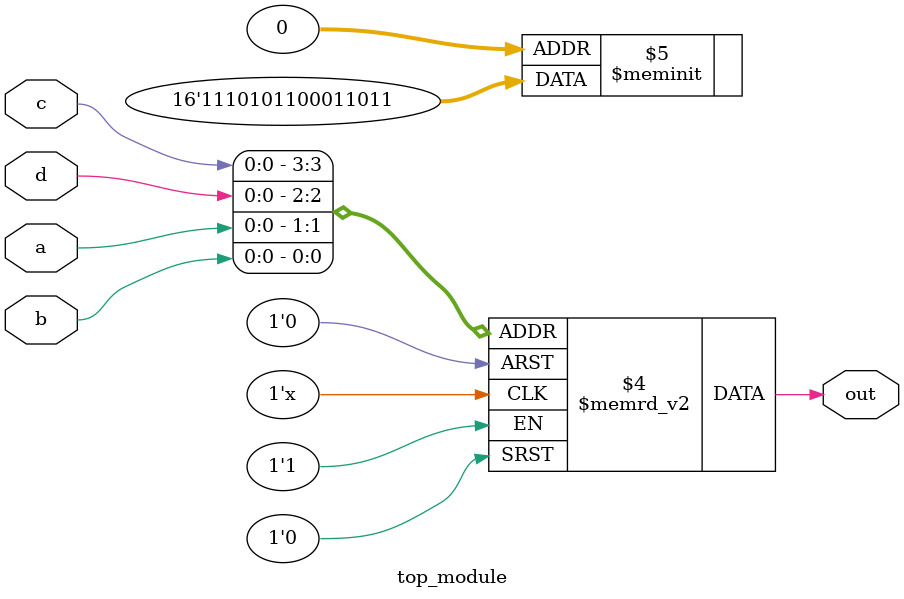
<source format=sv>
module top_module (
  input a, 
  input b,
  input c,
  input d,
  output out
);

  reg out;

  always @(a or b or c or d) begin
    case ({c, d, a, b})
      4'b0000: out = 1'b1;
      4'b0001: out = 1'b1;
      4'b0010: out = 1'b0;
      4'b0011: out = 1'b1;
      4'b0100: out = 1'b1;
      4'b0101: out = 1'b0;
      4'b0110: out = 1'b0;
      4'b0111: out = 1'b0;
      4'b1000: out = 1'b1;
      4'b1001: out = 1'b1;
      4'b1010: out = 1'b0;
      4'b1011: out = 1'b1;
      4'b1100: out = 1'b0;
      4'b1101: out = 1'b1;
      4'b1110: out = 1'b1;
      4'b1111: out = 1'b1;
    endcase
  end

endmodule

</source>
